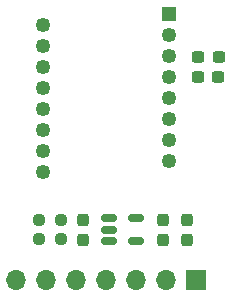
<source format=gts>
G04 #@! TF.GenerationSoftware,KiCad,Pcbnew,8.0.5-dirty*
G04 #@! TF.CreationDate,2024-10-14T16:29:31+03:00*
G04 #@! TF.ProjectId,Kivipallur_PMW3360_breakout,4b697669-7061-46c6-9c75-725f504d5733,rev?*
G04 #@! TF.SameCoordinates,Original*
G04 #@! TF.FileFunction,Soldermask,Top*
G04 #@! TF.FilePolarity,Negative*
%FSLAX46Y46*%
G04 Gerber Fmt 4.6, Leading zero omitted, Abs format (unit mm)*
G04 Created by KiCad (PCBNEW 8.0.5-dirty) date 2024-10-14 16:29:31*
%MOMM*%
%LPD*%
G01*
G04 APERTURE LIST*
G04 Aperture macros list*
%AMRoundRect*
0 Rectangle with rounded corners*
0 $1 Rounding radius*
0 $2 $3 $4 $5 $6 $7 $8 $9 X,Y pos of 4 corners*
0 Add a 4 corners polygon primitive as box body*
4,1,4,$2,$3,$4,$5,$6,$7,$8,$9,$2,$3,0*
0 Add four circle primitives for the rounded corners*
1,1,$1+$1,$2,$3*
1,1,$1+$1,$4,$5*
1,1,$1+$1,$6,$7*
1,1,$1+$1,$8,$9*
0 Add four rect primitives between the rounded corners*
20,1,$1+$1,$2,$3,$4,$5,0*
20,1,$1+$1,$4,$5,$6,$7,0*
20,1,$1+$1,$6,$7,$8,$9,0*
20,1,$1+$1,$8,$9,$2,$3,0*%
G04 Aperture macros list end*
%ADD10O,1.250000X1.250000*%
%ADD11R,1.250000X1.250000*%
%ADD12RoundRect,0.237500X-0.237500X0.300000X-0.237500X-0.300000X0.237500X-0.300000X0.237500X0.300000X0*%
%ADD13RoundRect,0.150000X-0.512500X-0.150000X0.512500X-0.150000X0.512500X0.150000X-0.512500X0.150000X0*%
%ADD14RoundRect,0.237500X-0.300000X-0.237500X0.300000X-0.237500X0.300000X0.237500X-0.300000X0.237500X0*%
%ADD15RoundRect,0.237500X0.237500X-0.300000X0.237500X0.300000X-0.237500X0.300000X-0.237500X-0.300000X0*%
%ADD16RoundRect,0.237500X0.250000X0.237500X-0.250000X0.237500X-0.250000X-0.237500X0.250000X-0.237500X0*%
%ADD17RoundRect,0.237500X0.300000X0.237500X-0.300000X0.237500X-0.300000X-0.237500X0.300000X-0.237500X0*%
%ADD18RoundRect,0.237500X-0.250000X-0.237500X0.250000X-0.237500X0.250000X0.237500X-0.250000X0.237500X0*%
%ADD19R,1.700000X1.700000*%
%ADD20O,1.700000X1.700000*%
G04 APERTURE END LIST*
D10*
X105700000Y-51800000D03*
X105700000Y-53580000D03*
X105700000Y-55360000D03*
X105700000Y-57140000D03*
X105700000Y-58920000D03*
X105700000Y-60700000D03*
X105700000Y-62480000D03*
X105700000Y-64260000D03*
X116400000Y-63370000D03*
X116400000Y-61590000D03*
X116400000Y-59810000D03*
X116400000Y-58030000D03*
X116400000Y-56250000D03*
X116400000Y-54470000D03*
X116400000Y-52690000D03*
D11*
X116400000Y-50910000D03*
D12*
X115900000Y-68337500D03*
X115900000Y-70062500D03*
D13*
X111325000Y-68200000D03*
X111325000Y-69150000D03*
X111325000Y-70100000D03*
X113600000Y-70100000D03*
X113600000Y-68200000D03*
D14*
X118837500Y-56200000D03*
X120562500Y-56200000D03*
D15*
X117900000Y-70062500D03*
X117900000Y-68337500D03*
D16*
X107212500Y-68300000D03*
X105387500Y-68300000D03*
D17*
X120600000Y-54500000D03*
X118875000Y-54500000D03*
D15*
X109100000Y-70062500D03*
X109100000Y-68337500D03*
D18*
X105387500Y-69900000D03*
X107212500Y-69900000D03*
D19*
X118640000Y-73400000D03*
D20*
X116100000Y-73400000D03*
X113560000Y-73400000D03*
X111020000Y-73400000D03*
X108480000Y-73400000D03*
X105940000Y-73400000D03*
X103400000Y-73400000D03*
M02*

</source>
